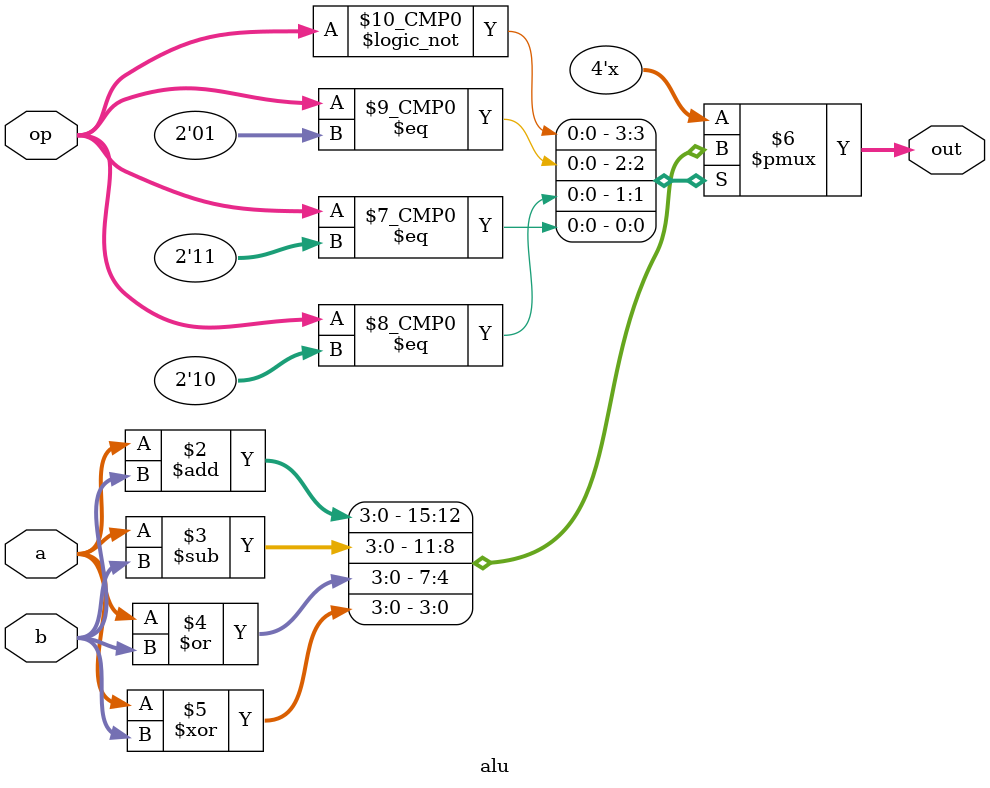
<source format=v>
module alu(a,b,op,out);
parameter w=4;
input [w-1:0]a,b;
input [1:0]op;
output reg [3:0] out;
always @(*) begin
	case(op)
	2'b00:out=a+b;
	2'b01:out=a-b;
	2'b10:out=a|b;
	2'b11:out=a^b;
	endcase
end
endmodule

</source>
